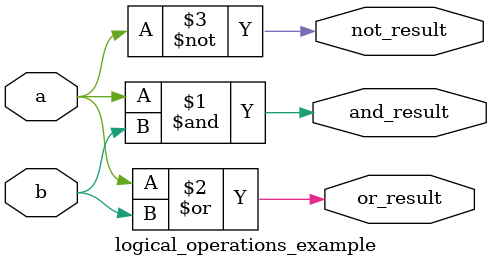
<source format=v>
`timescale 1ns / 1ps

module logical_operations_example (
    input wire a,
    input wire b,
    output wire and_result,
    output wire or_result,
    output wire not_result
);
    assign and_result = a & b;  // AND operation
    assign or_result = a | b;   // OR operation
    assign not_result = ~a;     // NOT operation
endmodule

</source>
